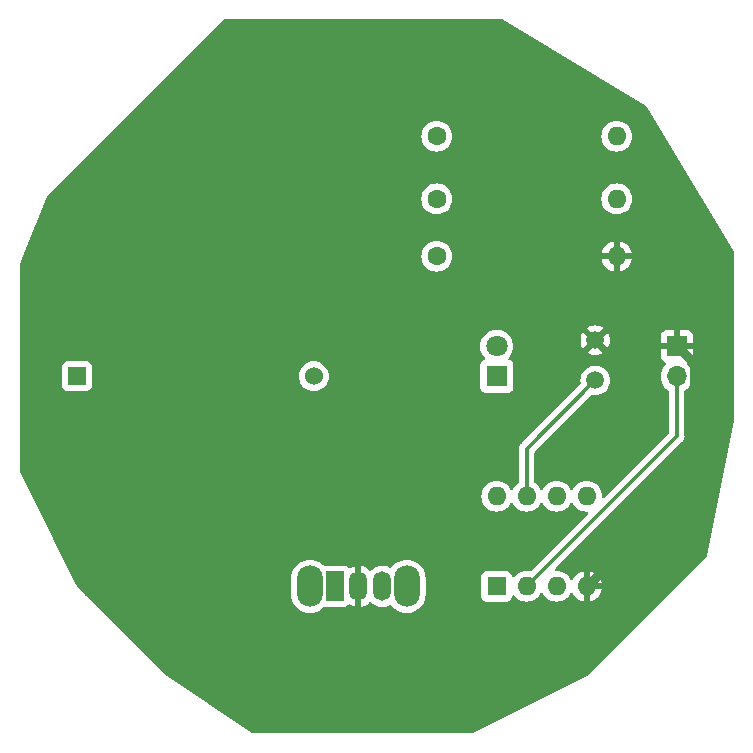
<source format=gbr>
%TF.GenerationSoftware,KiCad,Pcbnew,7.0.7*%
%TF.CreationDate,2024-02-22T22:38:35+05:30*%
%TF.ProjectId,Digital_Diya,44696769-7461-46c5-9f44-6979612e6b69,rev?*%
%TF.SameCoordinates,Original*%
%TF.FileFunction,Copper,L2,Bot*%
%TF.FilePolarity,Positive*%
%FSLAX46Y46*%
G04 Gerber Fmt 4.6, Leading zero omitted, Abs format (unit mm)*
G04 Created by KiCad (PCBNEW 7.0.7) date 2024-02-22 22:38:35*
%MOMM*%
%LPD*%
G01*
G04 APERTURE LIST*
%TA.AperFunction,ComponentPad*%
%ADD10R,1.524000X1.524000*%
%TD*%
%TA.AperFunction,ComponentPad*%
%ADD11C,1.524000*%
%TD*%
%TA.AperFunction,ComponentPad*%
%ADD12C,1.500000*%
%TD*%
%TA.AperFunction,ComponentPad*%
%ADD13R,1.700000X1.700000*%
%TD*%
%TA.AperFunction,ComponentPad*%
%ADD14O,1.700000X1.700000*%
%TD*%
%TA.AperFunction,ComponentPad*%
%ADD15C,1.600000*%
%TD*%
%TA.AperFunction,ComponentPad*%
%ADD16O,1.600000X1.600000*%
%TD*%
%TA.AperFunction,ComponentPad*%
%ADD17R,1.800000X1.800000*%
%TD*%
%TA.AperFunction,ComponentPad*%
%ADD18C,1.800000*%
%TD*%
%TA.AperFunction,ComponentPad*%
%ADD19R,1.600000X1.600000*%
%TD*%
%TA.AperFunction,ComponentPad*%
%ADD20O,2.200000X3.500000*%
%TD*%
%TA.AperFunction,ComponentPad*%
%ADD21R,1.500000X2.500000*%
%TD*%
%TA.AperFunction,ComponentPad*%
%ADD22O,1.500000X2.500000*%
%TD*%
%TA.AperFunction,Conductor*%
%ADD23C,0.800000*%
%TD*%
%TA.AperFunction,Conductor*%
%ADD24C,0.300000*%
%TD*%
G04 APERTURE END LIST*
D10*
%TO.P,BT1,1,+*%
%TO.N,+3.3V*%
X119380000Y-86360000D03*
D11*
%TO.P,BT1,2,-*%
%TO.N,Net-(BT1--)*%
X139446000Y-86360000D03*
%TD*%
D12*
%TO.P,R2,1*%
%TO.N,/LDR*%
X163285000Y-86710000D03*
%TO.P,R2,2*%
%TO.N,GND*%
X163285000Y-83310000D03*
%TD*%
D13*
%TO.P,MK1,1,-*%
%TO.N,GND*%
X170180000Y-83820000D03*
D14*
%TO.P,MK1,2,+*%
%TO.N,/MIC*%
X170180000Y-86360000D03*
%TD*%
D15*
%TO.P,R1,1*%
%TO.N,+3.3V*%
X149860000Y-66040000D03*
D16*
%TO.P,R1,2*%
%TO.N,/LDR*%
X165100000Y-66040000D03*
%TD*%
D17*
%TO.P,D1,1,K*%
%TO.N,Net-(D1-K)*%
X154940000Y-86360000D03*
D18*
%TO.P,D1,2,A*%
%TO.N,/LED*%
X154940000Y-83820000D03*
%TD*%
D19*
%TO.P,U1,1,~{RESET}/PB5*%
%TO.N,unconnected-(U1-~{RESET}{slash}PB5-Pad1)*%
X154940000Y-104140000D03*
D16*
%TO.P,U1,2,XTAL1/PB3*%
%TO.N,/MIC*%
X157480000Y-104140000D03*
%TO.P,U1,3,XTAL2/PB4*%
%TO.N,unconnected-(U1-XTAL2{slash}PB4-Pad3)*%
X160020000Y-104140000D03*
%TO.P,U1,4,GND*%
%TO.N,GND*%
X162560000Y-104140000D03*
%TO.P,U1,5,AREF/PB0*%
%TO.N,unconnected-(U1-AREF{slash}PB0-Pad5)*%
X162560000Y-96520000D03*
%TO.P,U1,6,PB1*%
%TO.N,/LED*%
X160020000Y-96520000D03*
%TO.P,U1,7,PB2*%
%TO.N,/LDR*%
X157480000Y-96520000D03*
%TO.P,U1,8,VCC*%
%TO.N,+3.3V*%
X154940000Y-96520000D03*
%TD*%
D15*
%TO.P,R4,1*%
%TO.N,Net-(D1-K)*%
X149860000Y-76200000D03*
D16*
%TO.P,R4,2*%
%TO.N,GND*%
X165100000Y-76200000D03*
%TD*%
D15*
%TO.P,R3,1*%
%TO.N,+3.3V*%
X149860000Y-71340000D03*
D16*
%TO.P,R3,2*%
%TO.N,/MIC*%
X165100000Y-71340000D03*
%TD*%
D20*
%TO.P,SW1,*%
%TO.N,*%
X139120000Y-104140000D03*
X147320000Y-104140000D03*
D21*
%TO.P,SW1,1,A*%
%TO.N,unconnected-(SW1-A-Pad1)*%
X141220000Y-104140000D03*
D22*
%TO.P,SW1,2,B*%
%TO.N,GND*%
X143220000Y-104140000D03*
%TO.P,SW1,3,C*%
%TO.N,Net-(BT1--)*%
X145220000Y-104140000D03*
%TD*%
D23*
%TO.N,GND*%
X162560000Y-104140000D02*
X171630000Y-95070000D01*
X171630000Y-95070000D02*
X171630000Y-85270000D01*
X171630000Y-85270000D02*
X170180000Y-83820000D01*
D24*
%TO.N,/MIC*%
X157480000Y-104140000D02*
X170180000Y-91440000D01*
X170180000Y-91440000D02*
X170180000Y-86360000D01*
%TO.N,/LDR*%
X157480000Y-92515000D02*
X163285000Y-86710000D01*
X157480000Y-96520000D02*
X157480000Y-92515000D01*
%TD*%
%TA.AperFunction,Conductor*%
%TO.N,GND*%
G36*
X155386952Y-56148171D02*
G01*
X167613417Y-63484050D01*
X167655949Y-63526582D01*
X169300018Y-66266697D01*
X174954716Y-75691194D01*
X174991829Y-75753048D01*
X175009500Y-75816845D01*
X175009500Y-90140222D01*
X175007092Y-90164540D01*
X172727363Y-101563185D01*
X172694913Y-101625063D01*
X172693452Y-101626548D01*
X162574229Y-111745770D01*
X162542002Y-111768998D01*
X152927182Y-116576409D01*
X152871728Y-116589500D01*
X134281794Y-116589500D01*
X134214755Y-116569815D01*
X134213011Y-116568674D01*
X127010215Y-111766810D01*
X126991317Y-111751317D01*
X120092884Y-104852884D01*
X137519500Y-104852884D01*
X137534317Y-105041150D01*
X137593126Y-105286110D01*
X137689533Y-105518859D01*
X137821160Y-105733653D01*
X137821161Y-105733656D01*
X137833025Y-105747547D01*
X137984776Y-105925224D01*
X138133066Y-106051875D01*
X138176343Y-106088838D01*
X138176346Y-106088839D01*
X138391140Y-106220466D01*
X138623889Y-106316872D01*
X138623889Y-106316873D01*
X138868852Y-106375683D01*
X139120000Y-106395449D01*
X139371148Y-106375683D01*
X139616111Y-106316873D01*
X139848859Y-106220466D01*
X140063659Y-106088836D01*
X140255224Y-105925224D01*
X140255229Y-105925217D01*
X140258663Y-105921784D01*
X140259797Y-105922918D01*
X140312397Y-105888556D01*
X140361477Y-105883979D01*
X140362516Y-105884090D01*
X140362517Y-105884091D01*
X140422127Y-105890500D01*
X142017872Y-105890499D01*
X142077483Y-105884091D01*
X142212331Y-105833796D01*
X142327546Y-105747546D01*
X142357149Y-105708000D01*
X142413081Y-105666130D01*
X142482773Y-105661146D01*
X142524726Y-105678825D01*
X142625266Y-105745191D01*
X142832169Y-105833624D01*
X142832178Y-105833627D01*
X142969999Y-105865084D01*
X142970000Y-105865083D01*
X142970000Y-104701821D01*
X142989685Y-104634782D01*
X143042489Y-104589027D01*
X143111647Y-104579083D01*
X143130547Y-104583329D01*
X143152173Y-104590000D01*
X143253723Y-104590000D01*
X143253724Y-104590000D01*
X143327519Y-104578877D01*
X143396742Y-104588350D01*
X143449857Y-104633744D01*
X143469997Y-104700648D01*
X143470000Y-104701492D01*
X143470000Y-105867549D01*
X143499267Y-105863586D01*
X143499273Y-105863585D01*
X143713268Y-105794054D01*
X143911401Y-105687434D01*
X143911404Y-105687432D01*
X144087319Y-105547145D01*
X144125760Y-105503145D01*
X144184690Y-105465610D01*
X144254560Y-105465894D01*
X144304834Y-105495101D01*
X144437176Y-105621633D01*
X144625033Y-105745636D01*
X144832004Y-105834100D01*
X144832007Y-105834101D01*
X144832012Y-105834103D01*
X145051463Y-105884191D01*
X145276330Y-105894290D01*
X145499387Y-105864075D01*
X145713464Y-105794517D01*
X145871802Y-105709311D01*
X145940162Y-105694878D01*
X146005476Y-105719695D01*
X146024846Y-105737970D01*
X146184776Y-105925224D01*
X146333066Y-106051875D01*
X146376343Y-106088838D01*
X146376346Y-106088839D01*
X146591140Y-106220466D01*
X146823888Y-106316873D01*
X146823889Y-106316873D01*
X147068852Y-106375683D01*
X147320000Y-106395449D01*
X147571148Y-106375683D01*
X147816111Y-106316873D01*
X148048859Y-106220466D01*
X148263659Y-106088836D01*
X148455224Y-105925224D01*
X148618836Y-105733659D01*
X148750466Y-105518859D01*
X148846873Y-105286111D01*
X148905683Y-105041148D01*
X148920500Y-104852882D01*
X148920500Y-103427118D01*
X148905683Y-103238852D01*
X148846873Y-102993889D01*
X148842137Y-102982455D01*
X148750466Y-102761140D01*
X148618839Y-102546346D01*
X148618838Y-102546343D01*
X148533455Y-102446373D01*
X148455224Y-102354776D01*
X148328571Y-102246604D01*
X148263656Y-102191161D01*
X148263653Y-102191160D01*
X148048859Y-102059533D01*
X147816110Y-101963126D01*
X147571151Y-101904317D01*
X147382787Y-101889492D01*
X147320000Y-101884551D01*
X147319999Y-101884551D01*
X147068848Y-101904317D01*
X146823889Y-101963126D01*
X146591140Y-102059533D01*
X146376346Y-102191160D01*
X146376343Y-102191161D01*
X146184776Y-102354776D01*
X146024525Y-102542405D01*
X145966018Y-102580598D01*
X145896150Y-102581096D01*
X145861924Y-102565360D01*
X145814966Y-102534363D01*
X145607995Y-102445899D01*
X145607982Y-102445895D01*
X145388542Y-102395810D01*
X145388538Y-102395809D01*
X145388537Y-102395809D01*
X145388536Y-102395808D01*
X145388531Y-102395808D01*
X145163674Y-102385710D01*
X145163673Y-102385710D01*
X145163670Y-102385710D01*
X144940613Y-102415925D01*
X144940610Y-102415925D01*
X144940609Y-102415926D01*
X144726534Y-102485483D01*
X144528321Y-102592146D01*
X144528318Y-102592148D01*
X144352333Y-102732492D01*
X144313545Y-102776888D01*
X144254613Y-102814421D01*
X144184744Y-102814135D01*
X144134473Y-102784929D01*
X144002510Y-102658759D01*
X143814733Y-102534808D01*
X143607830Y-102446375D01*
X143607823Y-102446373D01*
X143470000Y-102414915D01*
X143470000Y-103578178D01*
X143450315Y-103645217D01*
X143397511Y-103690972D01*
X143328353Y-103700916D01*
X143309454Y-103696670D01*
X143287829Y-103690000D01*
X143287827Y-103690000D01*
X143186276Y-103690000D01*
X143186268Y-103690000D01*
X143112481Y-103701122D01*
X143043256Y-103691649D01*
X142990143Y-103646254D01*
X142970003Y-103579350D01*
X142970000Y-103578507D01*
X142970000Y-102412449D01*
X142969999Y-102412449D01*
X142940721Y-102416415D01*
X142726731Y-102485945D01*
X142528599Y-102592565D01*
X142523953Y-102595633D01*
X142522892Y-102594027D01*
X142466130Y-102617188D01*
X142397437Y-102604419D01*
X142354262Y-102568142D01*
X142352179Y-102565360D01*
X142327546Y-102532454D01*
X142327544Y-102532453D01*
X142327544Y-102532452D01*
X142212335Y-102446206D01*
X142212328Y-102446202D01*
X142077482Y-102395908D01*
X142077483Y-102395908D01*
X142017883Y-102389501D01*
X142017881Y-102389500D01*
X142017873Y-102389500D01*
X142017864Y-102389500D01*
X140422129Y-102389500D01*
X140422118Y-102389501D01*
X140361472Y-102396020D01*
X140292713Y-102383612D01*
X140259368Y-102357521D01*
X140258669Y-102358221D01*
X140255227Y-102354779D01*
X140255225Y-102354777D01*
X140255224Y-102354776D01*
X140159441Y-102272970D01*
X140063656Y-102191161D01*
X140063653Y-102191160D01*
X139848859Y-102059533D01*
X139616110Y-101963126D01*
X139371151Y-101904317D01*
X139182786Y-101889492D01*
X139120000Y-101884551D01*
X139119999Y-101884551D01*
X138868848Y-101904317D01*
X138623889Y-101963126D01*
X138391140Y-102059533D01*
X138176346Y-102191160D01*
X138176343Y-102191161D01*
X137984776Y-102354776D01*
X137821161Y-102546343D01*
X137821160Y-102546346D01*
X137689533Y-102761140D01*
X137593126Y-102993889D01*
X137534317Y-103238849D01*
X137519500Y-103427116D01*
X137519500Y-104852884D01*
X120092884Y-104852884D01*
X119394228Y-104154228D01*
X119371000Y-104122001D01*
X119254999Y-103889999D01*
X115570001Y-96520001D01*
X153634532Y-96520001D01*
X153654364Y-96746686D01*
X153654366Y-96746697D01*
X153713258Y-96966488D01*
X153713261Y-96966497D01*
X153809431Y-97172732D01*
X153809432Y-97172734D01*
X153939954Y-97359141D01*
X154100858Y-97520045D01*
X154100861Y-97520047D01*
X154287266Y-97650568D01*
X154493504Y-97746739D01*
X154713308Y-97805635D01*
X154875230Y-97819801D01*
X154939998Y-97825468D01*
X154940000Y-97825468D01*
X154940002Y-97825468D01*
X154996672Y-97820509D01*
X155166692Y-97805635D01*
X155386496Y-97746739D01*
X155592734Y-97650568D01*
X155779139Y-97520047D01*
X155940047Y-97359139D01*
X156070568Y-97172734D01*
X156097618Y-97114724D01*
X156143790Y-97062285D01*
X156210983Y-97043133D01*
X156277865Y-97063348D01*
X156322382Y-97114725D01*
X156349429Y-97172728D01*
X156349432Y-97172734D01*
X156479954Y-97359141D01*
X156640858Y-97520045D01*
X156640861Y-97520047D01*
X156827266Y-97650568D01*
X157033504Y-97746739D01*
X157253308Y-97805635D01*
X157415230Y-97819801D01*
X157479998Y-97825468D01*
X157480000Y-97825468D01*
X157480002Y-97825468D01*
X157536672Y-97820509D01*
X157706692Y-97805635D01*
X157926496Y-97746739D01*
X158132734Y-97650568D01*
X158319139Y-97520047D01*
X158480047Y-97359139D01*
X158610568Y-97172734D01*
X158637618Y-97114724D01*
X158683790Y-97062285D01*
X158750983Y-97043133D01*
X158817865Y-97063348D01*
X158862382Y-97114725D01*
X158889429Y-97172728D01*
X158889432Y-97172734D01*
X159019954Y-97359141D01*
X159180858Y-97520045D01*
X159180861Y-97520047D01*
X159367266Y-97650568D01*
X159573504Y-97746739D01*
X159793308Y-97805635D01*
X159955230Y-97819801D01*
X160019998Y-97825468D01*
X160020000Y-97825468D01*
X160020002Y-97825468D01*
X160076673Y-97820509D01*
X160246692Y-97805635D01*
X160466496Y-97746739D01*
X160672734Y-97650568D01*
X160859139Y-97520047D01*
X161020047Y-97359139D01*
X161150568Y-97172734D01*
X161177618Y-97114724D01*
X161223790Y-97062285D01*
X161290983Y-97043133D01*
X161357865Y-97063348D01*
X161402382Y-97114725D01*
X161429429Y-97172728D01*
X161429432Y-97172734D01*
X161559954Y-97359141D01*
X161720858Y-97520045D01*
X161720861Y-97520047D01*
X161907266Y-97650568D01*
X162113504Y-97746739D01*
X162333308Y-97805635D01*
X162560000Y-97825468D01*
X162565352Y-97824999D01*
X162633850Y-97838763D01*
X162684035Y-97887375D01*
X162699972Y-97955403D01*
X162676601Y-98021248D01*
X162663844Y-98036208D01*
X157866937Y-102833115D01*
X157805614Y-102866600D01*
X157747163Y-102865209D01*
X157706697Y-102854366D01*
X157706693Y-102854365D01*
X157706692Y-102854365D01*
X157706691Y-102854364D01*
X157706686Y-102854364D01*
X157480002Y-102834532D01*
X157479998Y-102834532D01*
X157253313Y-102854364D01*
X157253302Y-102854366D01*
X157033511Y-102913258D01*
X157033502Y-102913261D01*
X156827267Y-103009431D01*
X156827265Y-103009432D01*
X156640858Y-103139954D01*
X156479954Y-103300858D01*
X156462725Y-103325464D01*
X156408147Y-103369088D01*
X156338648Y-103376280D01*
X156276294Y-103344757D01*
X156240882Y-103284526D01*
X156237861Y-103267591D01*
X156234091Y-103232516D01*
X156183797Y-103097671D01*
X156183793Y-103097664D01*
X156097547Y-102982455D01*
X156097544Y-102982452D01*
X155982335Y-102896206D01*
X155982328Y-102896202D01*
X155847482Y-102845908D01*
X155847483Y-102845908D01*
X155787883Y-102839501D01*
X155787881Y-102839500D01*
X155787873Y-102839500D01*
X155787864Y-102839500D01*
X154092129Y-102839500D01*
X154092123Y-102839501D01*
X154032516Y-102845908D01*
X153897671Y-102896202D01*
X153897664Y-102896206D01*
X153782455Y-102982452D01*
X153782452Y-102982455D01*
X153696206Y-103097664D01*
X153696202Y-103097671D01*
X153645908Y-103232517D01*
X153639501Y-103292116D01*
X153639500Y-103292135D01*
X153639500Y-104987870D01*
X153639501Y-104987876D01*
X153645908Y-105047483D01*
X153696202Y-105182328D01*
X153696206Y-105182335D01*
X153782452Y-105297544D01*
X153782455Y-105297547D01*
X153897664Y-105383793D01*
X153897671Y-105383797D01*
X154032517Y-105434091D01*
X154032516Y-105434091D01*
X154039444Y-105434835D01*
X154092127Y-105440500D01*
X155787872Y-105440499D01*
X155847483Y-105434091D01*
X155982331Y-105383796D01*
X156097546Y-105297546D01*
X156183796Y-105182331D01*
X156234091Y-105047483D01*
X156237862Y-105012401D01*
X156264599Y-104947855D01*
X156321990Y-104908006D01*
X156391816Y-104905511D01*
X156451905Y-104941163D01*
X156462726Y-104954536D01*
X156479956Y-104979143D01*
X156640858Y-105140045D01*
X156640861Y-105140047D01*
X156827266Y-105270568D01*
X157033504Y-105366739D01*
X157253308Y-105425635D01*
X157415230Y-105439801D01*
X157479998Y-105445468D01*
X157480000Y-105445468D01*
X157480002Y-105445468D01*
X157536807Y-105440498D01*
X157706692Y-105425635D01*
X157926496Y-105366739D01*
X158132734Y-105270568D01*
X158319139Y-105140047D01*
X158480047Y-104979139D01*
X158610568Y-104792734D01*
X158637618Y-104734724D01*
X158683790Y-104682285D01*
X158750983Y-104663133D01*
X158817865Y-104683348D01*
X158862382Y-104734725D01*
X158889429Y-104792728D01*
X158889432Y-104792734D01*
X159019954Y-104979141D01*
X159180858Y-105140045D01*
X159180861Y-105140047D01*
X159367266Y-105270568D01*
X159573504Y-105366739D01*
X159793308Y-105425635D01*
X159955230Y-105439801D01*
X160019998Y-105445468D01*
X160020000Y-105445468D01*
X160020002Y-105445468D01*
X160076807Y-105440498D01*
X160246692Y-105425635D01*
X160466496Y-105366739D01*
X160672734Y-105270568D01*
X160859139Y-105140047D01*
X161020047Y-104979139D01*
X161150568Y-104792734D01*
X161177895Y-104734129D01*
X161224064Y-104681695D01*
X161291257Y-104662542D01*
X161358139Y-104682757D01*
X161402657Y-104734133D01*
X161429865Y-104792482D01*
X161560342Y-104978820D01*
X161721179Y-105139657D01*
X161907517Y-105270134D01*
X162113673Y-105366265D01*
X162113682Y-105366269D01*
X162309999Y-105418872D01*
X162310000Y-105418871D01*
X162310000Y-104650575D01*
X162329685Y-104583536D01*
X162382489Y-104537781D01*
X162451647Y-104527837D01*
X162453331Y-104528091D01*
X162485699Y-104533218D01*
X162528515Y-104540000D01*
X162528519Y-104540000D01*
X162591485Y-104540000D01*
X162634300Y-104533218D01*
X162666602Y-104528102D01*
X162735894Y-104537056D01*
X162789347Y-104582052D01*
X162809987Y-104648803D01*
X162810000Y-104650575D01*
X162810000Y-105418872D01*
X163006317Y-105366269D01*
X163006326Y-105366265D01*
X163212482Y-105270134D01*
X163398820Y-105139657D01*
X163559657Y-104978820D01*
X163690134Y-104792482D01*
X163786265Y-104586326D01*
X163786269Y-104586317D01*
X163838872Y-104390000D01*
X163070576Y-104390000D01*
X163003537Y-104370315D01*
X162957782Y-104317511D01*
X162947838Y-104248353D01*
X162948103Y-104246603D01*
X162964986Y-104140003D01*
X162964986Y-104139996D01*
X162948103Y-104033397D01*
X162957058Y-103964104D01*
X163002054Y-103910652D01*
X163068806Y-103890013D01*
X163070576Y-103890000D01*
X163838872Y-103890000D01*
X163838872Y-103889999D01*
X163786269Y-103693682D01*
X163786265Y-103693673D01*
X163690134Y-103487517D01*
X163559657Y-103301179D01*
X163398820Y-103140342D01*
X163212482Y-103009865D01*
X163006328Y-102913734D01*
X162810000Y-102861127D01*
X162810000Y-103629424D01*
X162790315Y-103696463D01*
X162737511Y-103742218D01*
X162668353Y-103752162D01*
X162666602Y-103751897D01*
X162591486Y-103740000D01*
X162591481Y-103740000D01*
X162528519Y-103740000D01*
X162528514Y-103740000D01*
X162453398Y-103751897D01*
X162384104Y-103742942D01*
X162330652Y-103697946D01*
X162310013Y-103631194D01*
X162310000Y-103629424D01*
X162310000Y-102861127D01*
X162113671Y-102913734D01*
X161907517Y-103009865D01*
X161721179Y-103140342D01*
X161560342Y-103301179D01*
X161429867Y-103487515D01*
X161402657Y-103545867D01*
X161356484Y-103598306D01*
X161289290Y-103617457D01*
X161222409Y-103597241D01*
X161177893Y-103545865D01*
X161169307Y-103527453D01*
X161150568Y-103487266D01*
X161020047Y-103300861D01*
X161020045Y-103300858D01*
X160859141Y-103139954D01*
X160672734Y-103009432D01*
X160672732Y-103009431D01*
X160466497Y-102913261D01*
X160466488Y-102913258D01*
X160246697Y-102854366D01*
X160246693Y-102854365D01*
X160246692Y-102854365D01*
X160246691Y-102854364D01*
X160246686Y-102854364D01*
X160020002Y-102834532D01*
X160019999Y-102834532D01*
X160014634Y-102835001D01*
X159946134Y-102821230D01*
X159895955Y-102772611D01*
X159880026Y-102704582D01*
X159903405Y-102638740D01*
X159916147Y-102623797D01*
X170579513Y-91960431D01*
X170592079Y-91950365D01*
X170591925Y-91950178D01*
X170597937Y-91945204D01*
X170597937Y-91945203D01*
X170597940Y-91945202D01*
X170647190Y-91892755D01*
X170668911Y-91871035D01*
X170673401Y-91865245D01*
X170677183Y-91860815D01*
X170710448Y-91825393D01*
X170720674Y-91806790D01*
X170731353Y-91790533D01*
X170744362Y-91773764D01*
X170763656Y-91729175D01*
X170766212Y-91723956D01*
X170789627Y-91681368D01*
X170794905Y-91660806D01*
X170801207Y-91642399D01*
X170809635Y-91622927D01*
X170817233Y-91574953D01*
X170818414Y-91569247D01*
X170830500Y-91522177D01*
X170830500Y-91500949D01*
X170832027Y-91481549D01*
X170835346Y-91460595D01*
X170830775Y-91412238D01*
X170830500Y-91406400D01*
X170830500Y-87617722D01*
X170850185Y-87550683D01*
X170883377Y-87516147D01*
X170935651Y-87479544D01*
X171051401Y-87398495D01*
X171218495Y-87231401D01*
X171354035Y-87037830D01*
X171453903Y-86823663D01*
X171515063Y-86595408D01*
X171535659Y-86360000D01*
X171515063Y-86124592D01*
X171462000Y-85926554D01*
X171453905Y-85896344D01*
X171453904Y-85896343D01*
X171453903Y-85896337D01*
X171354035Y-85682171D01*
X171312533Y-85622900D01*
X171218496Y-85488600D01*
X171184619Y-85454723D01*
X171096179Y-85366283D01*
X171062696Y-85304963D01*
X171067680Y-85235271D01*
X171109551Y-85179337D01*
X171140529Y-85162422D01*
X171272086Y-85113354D01*
X171272093Y-85113350D01*
X171387187Y-85027190D01*
X171387190Y-85027187D01*
X171473350Y-84912093D01*
X171473354Y-84912086D01*
X171523596Y-84777379D01*
X171523598Y-84777372D01*
X171529999Y-84717844D01*
X171530000Y-84717827D01*
X171530000Y-84070000D01*
X170793347Y-84070000D01*
X170726308Y-84050315D01*
X170680553Y-83997511D01*
X170670609Y-83928353D01*
X170674369Y-83911067D01*
X170680000Y-83891888D01*
X170680000Y-83748111D01*
X170674369Y-83728933D01*
X170674370Y-83659064D01*
X170712145Y-83600286D01*
X170775701Y-83571262D01*
X170793347Y-83570000D01*
X171530000Y-83570000D01*
X171530000Y-82922172D01*
X171529999Y-82922155D01*
X171523598Y-82862627D01*
X171523596Y-82862620D01*
X171473354Y-82727913D01*
X171473350Y-82727906D01*
X171387190Y-82612812D01*
X171387187Y-82612809D01*
X171272093Y-82526649D01*
X171272086Y-82526645D01*
X171137379Y-82476403D01*
X171137372Y-82476401D01*
X171077844Y-82470000D01*
X170430000Y-82470000D01*
X170430000Y-83207698D01*
X170410315Y-83274737D01*
X170357511Y-83320492D01*
X170288355Y-83330436D01*
X170215766Y-83320000D01*
X170215763Y-83320000D01*
X170144237Y-83320000D01*
X170144233Y-83320000D01*
X170071644Y-83330436D01*
X170002486Y-83320492D01*
X169949683Y-83274736D01*
X169929999Y-83207698D01*
X169930000Y-82470000D01*
X169282155Y-82470000D01*
X169222627Y-82476401D01*
X169222620Y-82476403D01*
X169087913Y-82526645D01*
X169087906Y-82526649D01*
X168972812Y-82612809D01*
X168972809Y-82612812D01*
X168886649Y-82727906D01*
X168886645Y-82727913D01*
X168836403Y-82862620D01*
X168836401Y-82862627D01*
X168830000Y-82922155D01*
X168830000Y-83570000D01*
X169566653Y-83570000D01*
X169633692Y-83589685D01*
X169679447Y-83642489D01*
X169689391Y-83711647D01*
X169685631Y-83728933D01*
X169680000Y-83748111D01*
X169680000Y-83891888D01*
X169685631Y-83911067D01*
X169685630Y-83980936D01*
X169647855Y-84039714D01*
X169584299Y-84068738D01*
X169566653Y-84070000D01*
X168830000Y-84070000D01*
X168830000Y-84717844D01*
X168836401Y-84777372D01*
X168836403Y-84777379D01*
X168886645Y-84912086D01*
X168886649Y-84912093D01*
X168972809Y-85027187D01*
X168972812Y-85027190D01*
X169087906Y-85113350D01*
X169087913Y-85113354D01*
X169219470Y-85162421D01*
X169275403Y-85204292D01*
X169299821Y-85269756D01*
X169284970Y-85338029D01*
X169263819Y-85366284D01*
X169141503Y-85488600D01*
X169005965Y-85682169D01*
X169005964Y-85682171D01*
X168906098Y-85896335D01*
X168906094Y-85896344D01*
X168844938Y-86124586D01*
X168844936Y-86124596D01*
X168824341Y-86359999D01*
X168824341Y-86360000D01*
X168844936Y-86595403D01*
X168844938Y-86595413D01*
X168906094Y-86823655D01*
X168906096Y-86823659D01*
X168906097Y-86823663D01*
X168958642Y-86936346D01*
X169005965Y-87037830D01*
X169005967Y-87037834D01*
X169141501Y-87231395D01*
X169141506Y-87231402D01*
X169308597Y-87398493D01*
X169308603Y-87398498D01*
X169476623Y-87516147D01*
X169520248Y-87570724D01*
X169529500Y-87617722D01*
X169529500Y-91119190D01*
X169509815Y-91186229D01*
X169493181Y-91206871D01*
X164076208Y-96623844D01*
X164014885Y-96657329D01*
X163945193Y-96652345D01*
X163889260Y-96610473D01*
X163864843Y-96545009D01*
X163864998Y-96525361D01*
X163865468Y-96520000D01*
X163845635Y-96293308D01*
X163786739Y-96073504D01*
X163690568Y-95867266D01*
X163560047Y-95680861D01*
X163560045Y-95680858D01*
X163399141Y-95519954D01*
X163212734Y-95389432D01*
X163212732Y-95389431D01*
X163006497Y-95293261D01*
X163006488Y-95293258D01*
X162786697Y-95234366D01*
X162786693Y-95234365D01*
X162786692Y-95234365D01*
X162786691Y-95234364D01*
X162786686Y-95234364D01*
X162560002Y-95214532D01*
X162559998Y-95214532D01*
X162333313Y-95234364D01*
X162333302Y-95234366D01*
X162113511Y-95293258D01*
X162113502Y-95293261D01*
X161907267Y-95389431D01*
X161907265Y-95389432D01*
X161720858Y-95519954D01*
X161559954Y-95680858D01*
X161429432Y-95867265D01*
X161429431Y-95867267D01*
X161402382Y-95925275D01*
X161356209Y-95977714D01*
X161289016Y-95996866D01*
X161222135Y-95976650D01*
X161177618Y-95925275D01*
X161150568Y-95867267D01*
X161150567Y-95867265D01*
X161020045Y-95680858D01*
X160859141Y-95519954D01*
X160672734Y-95389432D01*
X160672732Y-95389431D01*
X160466497Y-95293261D01*
X160466488Y-95293258D01*
X160246697Y-95234366D01*
X160246693Y-95234365D01*
X160246692Y-95234365D01*
X160246691Y-95234364D01*
X160246686Y-95234364D01*
X160020002Y-95214532D01*
X160019998Y-95214532D01*
X159793313Y-95234364D01*
X159793302Y-95234366D01*
X159573511Y-95293258D01*
X159573502Y-95293261D01*
X159367267Y-95389431D01*
X159367265Y-95389432D01*
X159180858Y-95519954D01*
X159019954Y-95680858D01*
X158889432Y-95867265D01*
X158889431Y-95867267D01*
X158862382Y-95925275D01*
X158816209Y-95977714D01*
X158749016Y-95996866D01*
X158682135Y-95976650D01*
X158637618Y-95925275D01*
X158610568Y-95867267D01*
X158610567Y-95867265D01*
X158480045Y-95680858D01*
X158319140Y-95519953D01*
X158183377Y-95424891D01*
X158139752Y-95370314D01*
X158130500Y-95323316D01*
X158130500Y-92835806D01*
X158150185Y-92768767D01*
X158166814Y-92748130D01*
X162938886Y-87976057D01*
X163000207Y-87942574D01*
X163058663Y-87943966D01*
X163067023Y-87946207D01*
X163249926Y-87962208D01*
X163284998Y-87965277D01*
X163285000Y-87965277D01*
X163285002Y-87965277D01*
X163313254Y-87962805D01*
X163502977Y-87946207D01*
X163714330Y-87889575D01*
X163912639Y-87797102D01*
X164091877Y-87671598D01*
X164246598Y-87516877D01*
X164372102Y-87337639D01*
X164464575Y-87139330D01*
X164521207Y-86927977D01*
X164540277Y-86710000D01*
X164521207Y-86492023D01*
X164464575Y-86280670D01*
X164372102Y-86082362D01*
X164372100Y-86082359D01*
X164372099Y-86082357D01*
X164246599Y-85903124D01*
X164239810Y-85896335D01*
X164091877Y-85748402D01*
X163912639Y-85622898D01*
X163912640Y-85622898D01*
X163912638Y-85622897D01*
X163756583Y-85550128D01*
X163714330Y-85530425D01*
X163714326Y-85530424D01*
X163714322Y-85530422D01*
X163502977Y-85473793D01*
X163285002Y-85454723D01*
X163284998Y-85454723D01*
X163139681Y-85467436D01*
X163067023Y-85473793D01*
X163067020Y-85473793D01*
X162855677Y-85530422D01*
X162855668Y-85530426D01*
X162657361Y-85622898D01*
X162657357Y-85622900D01*
X162478121Y-85748402D01*
X162323402Y-85903121D01*
X162197900Y-86082357D01*
X162197898Y-86082361D01*
X162105426Y-86280668D01*
X162105422Y-86280677D01*
X162048793Y-86492020D01*
X162048793Y-86492024D01*
X162029723Y-86709997D01*
X162029723Y-86710002D01*
X162048792Y-86927970D01*
X162048794Y-86927983D01*
X162051035Y-86936346D01*
X162049368Y-87006196D01*
X162018939Y-87056113D01*
X157080483Y-91994569D01*
X157067910Y-92004643D01*
X157068065Y-92004830D01*
X157062059Y-92009798D01*
X157037434Y-92036021D01*
X157012809Y-92062244D01*
X157001949Y-92073104D01*
X156991088Y-92083965D01*
X156991078Y-92083977D01*
X156986587Y-92089765D01*
X156982801Y-92094197D01*
X156949552Y-92129606D01*
X156939322Y-92148213D01*
X156928646Y-92164464D01*
X156915640Y-92181232D01*
X156915636Y-92181238D01*
X156896348Y-92225811D01*
X156893777Y-92231058D01*
X156870372Y-92273630D01*
X156870372Y-92273631D01*
X156865091Y-92294199D01*
X156858791Y-92312601D01*
X156850364Y-92332073D01*
X156842766Y-92380047D01*
X156841581Y-92385770D01*
X156829500Y-92432818D01*
X156829500Y-92454044D01*
X156827973Y-92473444D01*
X156824653Y-92494403D01*
X156829225Y-92542767D01*
X156829500Y-92548606D01*
X156829500Y-95323316D01*
X156809815Y-95390355D01*
X156776623Y-95424891D01*
X156640859Y-95519953D01*
X156479954Y-95680858D01*
X156349432Y-95867265D01*
X156349431Y-95867267D01*
X156322382Y-95925275D01*
X156276209Y-95977714D01*
X156209016Y-95996866D01*
X156142135Y-95976650D01*
X156097618Y-95925275D01*
X156070568Y-95867267D01*
X156070567Y-95867265D01*
X155940045Y-95680858D01*
X155779141Y-95519954D01*
X155592734Y-95389432D01*
X155592732Y-95389431D01*
X155386497Y-95293261D01*
X155386488Y-95293258D01*
X155166697Y-95234366D01*
X155166693Y-95234365D01*
X155166692Y-95234365D01*
X155166691Y-95234364D01*
X155166686Y-95234364D01*
X154940002Y-95214532D01*
X154939998Y-95214532D01*
X154713313Y-95234364D01*
X154713302Y-95234366D01*
X154493511Y-95293258D01*
X154493502Y-95293261D01*
X154287267Y-95389431D01*
X154287265Y-95389432D01*
X154100858Y-95519954D01*
X153939954Y-95680858D01*
X153809432Y-95867265D01*
X153809431Y-95867267D01*
X153713261Y-96073502D01*
X153713258Y-96073511D01*
X153654366Y-96293302D01*
X153654364Y-96293313D01*
X153634532Y-96519998D01*
X153634532Y-96520001D01*
X115570001Y-96520001D01*
X114563591Y-94507181D01*
X114550500Y-94451728D01*
X114550500Y-87169870D01*
X118117500Y-87169870D01*
X118117501Y-87169876D01*
X118123908Y-87229483D01*
X118174202Y-87364328D01*
X118174206Y-87364335D01*
X118260452Y-87479544D01*
X118260455Y-87479547D01*
X118375664Y-87565793D01*
X118375671Y-87565797D01*
X118510517Y-87616091D01*
X118510516Y-87616091D01*
X118517444Y-87616835D01*
X118570127Y-87622500D01*
X120189872Y-87622499D01*
X120249483Y-87616091D01*
X120384331Y-87565796D01*
X120499546Y-87479546D01*
X120585796Y-87364331D01*
X120636091Y-87229483D01*
X120642500Y-87169873D01*
X120642500Y-86360002D01*
X138178677Y-86360002D01*
X138197929Y-86580062D01*
X138197930Y-86580070D01*
X138255104Y-86793445D01*
X138255105Y-86793447D01*
X138255106Y-86793450D01*
X138317836Y-86927975D01*
X138348466Y-86993662D01*
X138348468Y-86993666D01*
X138475170Y-87174615D01*
X138475175Y-87174621D01*
X138631378Y-87330824D01*
X138631384Y-87330829D01*
X138812333Y-87457531D01*
X138812335Y-87457532D01*
X138812338Y-87457534D01*
X139012550Y-87550894D01*
X139225932Y-87608070D01*
X139383123Y-87621822D01*
X139445998Y-87627323D01*
X139446000Y-87627323D01*
X139446002Y-87627323D01*
X139501151Y-87622498D01*
X139666068Y-87608070D01*
X139879450Y-87550894D01*
X140079662Y-87457534D01*
X140260620Y-87330826D01*
X140416826Y-87174620D01*
X140543534Y-86993662D01*
X140636894Y-86793450D01*
X140694070Y-86580068D01*
X140713323Y-86360000D01*
X140694070Y-86139932D01*
X140636894Y-85926550D01*
X140543534Y-85726339D01*
X140471104Y-85622897D01*
X140416827Y-85545381D01*
X140345239Y-85473793D01*
X140260620Y-85389174D01*
X140260616Y-85389171D01*
X140260615Y-85389170D01*
X140079666Y-85262468D01*
X140079662Y-85262466D01*
X140032457Y-85240454D01*
X139879450Y-85169106D01*
X139879447Y-85169105D01*
X139879445Y-85169104D01*
X139666070Y-85111930D01*
X139666062Y-85111929D01*
X139446002Y-85092677D01*
X139445998Y-85092677D01*
X139225937Y-85111929D01*
X139225929Y-85111930D01*
X139012554Y-85169104D01*
X139012548Y-85169107D01*
X138812340Y-85262465D01*
X138812338Y-85262466D01*
X138631377Y-85389175D01*
X138475175Y-85545377D01*
X138348466Y-85726338D01*
X138348465Y-85726340D01*
X138255107Y-85926548D01*
X138255104Y-85926554D01*
X138197930Y-86139929D01*
X138197929Y-86139937D01*
X138178677Y-86359997D01*
X138178677Y-86360002D01*
X120642500Y-86360002D01*
X120642499Y-85550128D01*
X120636091Y-85490517D01*
X120629853Y-85473793D01*
X120585797Y-85355671D01*
X120585793Y-85355664D01*
X120499547Y-85240455D01*
X120499544Y-85240452D01*
X120384335Y-85154206D01*
X120384328Y-85154202D01*
X120249482Y-85103908D01*
X120249483Y-85103908D01*
X120189883Y-85097501D01*
X120189881Y-85097500D01*
X120189873Y-85097500D01*
X120189864Y-85097500D01*
X118570129Y-85097500D01*
X118570123Y-85097501D01*
X118510516Y-85103908D01*
X118375671Y-85154202D01*
X118375664Y-85154206D01*
X118260455Y-85240452D01*
X118260452Y-85240455D01*
X118174206Y-85355664D01*
X118174202Y-85355671D01*
X118123908Y-85490517D01*
X118118010Y-85545380D01*
X118117501Y-85550123D01*
X118117500Y-85550135D01*
X118117500Y-87169870D01*
X114550500Y-87169870D01*
X114550500Y-83820006D01*
X153534700Y-83820006D01*
X153553864Y-84051297D01*
X153553866Y-84051308D01*
X153610842Y-84276300D01*
X153704075Y-84488848D01*
X153831016Y-84683147D01*
X153831019Y-84683151D01*
X153831021Y-84683153D01*
X153925803Y-84786114D01*
X153956724Y-84848767D01*
X153948864Y-84918193D01*
X153904716Y-84972348D01*
X153877906Y-84986277D01*
X153797669Y-85016203D01*
X153797664Y-85016206D01*
X153682455Y-85102452D01*
X153682452Y-85102455D01*
X153596206Y-85217664D01*
X153596202Y-85217671D01*
X153545908Y-85352517D01*
X153539501Y-85412116D01*
X153539501Y-85412123D01*
X153539500Y-85412135D01*
X153539500Y-87307870D01*
X153539501Y-87307876D01*
X153545908Y-87367483D01*
X153596202Y-87502328D01*
X153596206Y-87502335D01*
X153682452Y-87617544D01*
X153682455Y-87617547D01*
X153797664Y-87703793D01*
X153797671Y-87703797D01*
X153932517Y-87754091D01*
X153932516Y-87754091D01*
X153939444Y-87754835D01*
X153992127Y-87760500D01*
X155887872Y-87760499D01*
X155947483Y-87754091D01*
X156082331Y-87703796D01*
X156197546Y-87617546D01*
X156283796Y-87502331D01*
X156334091Y-87367483D01*
X156340500Y-87307873D01*
X156340499Y-85412128D01*
X156334091Y-85352517D01*
X156328687Y-85338029D01*
X156283797Y-85217671D01*
X156283793Y-85217664D01*
X156197547Y-85102455D01*
X156197544Y-85102452D01*
X156082335Y-85016206D01*
X156082328Y-85016202D01*
X156002094Y-84986277D01*
X155946160Y-84944406D01*
X155921743Y-84878941D01*
X155936595Y-84810668D01*
X155954190Y-84786121D01*
X156048979Y-84683153D01*
X156175924Y-84488849D01*
X156269157Y-84276300D01*
X156326134Y-84051305D01*
X156326216Y-84050315D01*
X156345300Y-83820006D01*
X156345300Y-83819993D01*
X156326135Y-83588702D01*
X156326133Y-83588691D01*
X156269157Y-83363699D01*
X156245602Y-83310000D01*
X162030225Y-83310000D01*
X162049287Y-83527884D01*
X162049289Y-83527894D01*
X162105894Y-83739150D01*
X162105898Y-83739159D01*
X162198335Y-83937391D01*
X162241873Y-83999571D01*
X162241874Y-83999572D01*
X162747580Y-83493866D01*
X162808903Y-83460381D01*
X162878594Y-83465365D01*
X162934528Y-83507236D01*
X162945742Y-83525246D01*
X162957359Y-83548045D01*
X162957361Y-83548047D01*
X162957363Y-83548050D01*
X163046949Y-83637636D01*
X163046951Y-83637637D01*
X163046955Y-83637641D01*
X163069747Y-83649254D01*
X163120542Y-83697228D01*
X163137337Y-83765049D01*
X163114799Y-83831184D01*
X163101132Y-83847419D01*
X162595426Y-84353124D01*
X162657611Y-84396666D01*
X162657613Y-84396667D01*
X162855840Y-84489101D01*
X162855849Y-84489105D01*
X163067105Y-84545710D01*
X163067115Y-84545712D01*
X163284999Y-84564775D01*
X163285001Y-84564775D01*
X163502884Y-84545712D01*
X163502894Y-84545710D01*
X163714150Y-84489105D01*
X163714159Y-84489101D01*
X163912387Y-84396666D01*
X163974572Y-84353124D01*
X163468866Y-83847419D01*
X163435381Y-83786096D01*
X163440365Y-83716405D01*
X163482236Y-83660471D01*
X163500245Y-83649258D01*
X163523045Y-83637641D01*
X163612641Y-83548045D01*
X163624254Y-83525252D01*
X163672225Y-83474458D01*
X163740046Y-83457661D01*
X163806181Y-83480197D01*
X163822419Y-83493866D01*
X164328124Y-83999572D01*
X164371666Y-83937387D01*
X164464101Y-83739159D01*
X164464105Y-83739150D01*
X164520710Y-83527894D01*
X164520712Y-83527884D01*
X164539775Y-83310000D01*
X164539775Y-83309999D01*
X164520712Y-83092115D01*
X164520710Y-83092105D01*
X164464105Y-82880849D01*
X164464101Y-82880840D01*
X164371668Y-82682615D01*
X164328123Y-82620427D01*
X163822419Y-83126132D01*
X163761096Y-83159617D01*
X163691404Y-83154633D01*
X163635471Y-83112761D01*
X163624256Y-83094751D01*
X163612641Y-83071955D01*
X163612637Y-83071951D01*
X163612636Y-83071949D01*
X163523050Y-82982363D01*
X163523047Y-82982361D01*
X163523045Y-82982359D01*
X163500250Y-82970744D01*
X163449456Y-82922771D01*
X163432661Y-82854950D01*
X163455198Y-82788815D01*
X163468866Y-82772580D01*
X163974572Y-82266874D01*
X163974571Y-82266873D01*
X163912391Y-82223335D01*
X163714159Y-82130898D01*
X163714150Y-82130894D01*
X163502894Y-82074289D01*
X163502884Y-82074287D01*
X163285001Y-82055225D01*
X163284999Y-82055225D01*
X163067115Y-82074287D01*
X163067105Y-82074289D01*
X162855849Y-82130894D01*
X162855840Y-82130898D01*
X162657614Y-82223332D01*
X162657612Y-82223333D01*
X162595428Y-82266875D01*
X162595427Y-82266875D01*
X163101133Y-82772580D01*
X163134618Y-82833903D01*
X163129634Y-82903594D01*
X163087763Y-82959528D01*
X163069748Y-82970745D01*
X163046956Y-82982358D01*
X163046949Y-82982363D01*
X162957363Y-83071949D01*
X162957358Y-83071956D01*
X162945745Y-83094748D01*
X162897770Y-83145544D01*
X162829949Y-83162338D01*
X162763814Y-83139800D01*
X162747580Y-83126133D01*
X162241875Y-82620427D01*
X162241875Y-82620428D01*
X162198333Y-82682612D01*
X162198332Y-82682614D01*
X162105898Y-82880840D01*
X162105894Y-82880849D01*
X162049289Y-83092105D01*
X162049287Y-83092115D01*
X162030225Y-83309999D01*
X162030225Y-83310000D01*
X156245602Y-83310000D01*
X156175924Y-83151151D01*
X156048983Y-82956852D01*
X156048980Y-82956849D01*
X156048979Y-82956847D01*
X155891784Y-82786087D01*
X155891779Y-82786083D01*
X155891777Y-82786081D01*
X155708634Y-82643535D01*
X155708628Y-82643531D01*
X155504504Y-82533064D01*
X155504495Y-82533061D01*
X155284984Y-82457702D01*
X155113282Y-82429050D01*
X155056049Y-82419500D01*
X154823951Y-82419500D01*
X154778164Y-82427140D01*
X154595015Y-82457702D01*
X154375504Y-82533061D01*
X154375495Y-82533064D01*
X154171371Y-82643531D01*
X154171365Y-82643535D01*
X153988222Y-82786081D01*
X153988219Y-82786084D01*
X153988216Y-82786086D01*
X153988216Y-82786087D01*
X153929267Y-82850122D01*
X153831016Y-82956852D01*
X153704075Y-83151151D01*
X153610842Y-83363699D01*
X153553866Y-83588691D01*
X153553864Y-83588702D01*
X153534700Y-83819993D01*
X153534700Y-83820006D01*
X114550500Y-83820006D01*
X114550500Y-76867628D01*
X114559369Y-76821576D01*
X114807999Y-76200001D01*
X148554532Y-76200001D01*
X148574364Y-76426686D01*
X148574366Y-76426697D01*
X148633258Y-76646488D01*
X148633261Y-76646497D01*
X148729431Y-76852732D01*
X148729432Y-76852734D01*
X148859954Y-77039141D01*
X149020858Y-77200045D01*
X149020861Y-77200047D01*
X149207266Y-77330568D01*
X149413504Y-77426739D01*
X149633308Y-77485635D01*
X149795230Y-77499801D01*
X149859998Y-77505468D01*
X149860000Y-77505468D01*
X149860002Y-77505468D01*
X149916673Y-77500509D01*
X150086692Y-77485635D01*
X150306496Y-77426739D01*
X150512734Y-77330568D01*
X150699139Y-77200047D01*
X150860047Y-77039139D01*
X150990568Y-76852734D01*
X151086739Y-76646496D01*
X151145635Y-76426692D01*
X151165468Y-76200000D01*
X151145635Y-75973308D01*
X151139389Y-75949999D01*
X163821127Y-75949999D01*
X163821128Y-75950000D01*
X164589424Y-75950000D01*
X164656463Y-75969685D01*
X164702218Y-76022489D01*
X164712162Y-76091647D01*
X164711897Y-76093397D01*
X164695014Y-76199996D01*
X164695014Y-76200003D01*
X164711897Y-76306603D01*
X164702942Y-76375896D01*
X164657946Y-76429348D01*
X164591194Y-76449987D01*
X164589424Y-76450000D01*
X163821128Y-76450000D01*
X163873730Y-76646317D01*
X163873734Y-76646326D01*
X163969865Y-76852482D01*
X164100342Y-77038820D01*
X164261179Y-77199657D01*
X164447517Y-77330134D01*
X164653673Y-77426265D01*
X164653682Y-77426269D01*
X164849999Y-77478872D01*
X164850000Y-77478871D01*
X164850000Y-76710575D01*
X164869685Y-76643536D01*
X164922489Y-76597781D01*
X164991647Y-76587837D01*
X164993331Y-76588091D01*
X165025699Y-76593218D01*
X165068515Y-76600000D01*
X165068519Y-76600000D01*
X165131485Y-76600000D01*
X165174300Y-76593218D01*
X165206602Y-76588102D01*
X165275894Y-76597056D01*
X165329347Y-76642052D01*
X165349987Y-76708803D01*
X165350000Y-76710575D01*
X165350000Y-77478872D01*
X165546317Y-77426269D01*
X165546326Y-77426265D01*
X165752482Y-77330134D01*
X165938820Y-77199657D01*
X166099657Y-77038820D01*
X166230134Y-76852482D01*
X166326265Y-76646326D01*
X166326269Y-76646317D01*
X166378872Y-76450000D01*
X165610576Y-76450000D01*
X165543537Y-76430315D01*
X165497782Y-76377511D01*
X165487838Y-76308353D01*
X165488103Y-76306603D01*
X165504986Y-76200003D01*
X165504986Y-76199996D01*
X165488103Y-76093397D01*
X165497058Y-76024104D01*
X165542054Y-75970652D01*
X165608806Y-75950013D01*
X165610576Y-75950000D01*
X166378872Y-75950000D01*
X166378872Y-75949999D01*
X166326269Y-75753682D01*
X166326265Y-75753673D01*
X166230134Y-75547517D01*
X166099657Y-75361179D01*
X165938820Y-75200342D01*
X165752482Y-75069865D01*
X165546328Y-74973734D01*
X165350000Y-74921127D01*
X165350000Y-75689424D01*
X165330315Y-75756463D01*
X165277511Y-75802218D01*
X165208353Y-75812162D01*
X165206602Y-75811897D01*
X165131486Y-75800000D01*
X165131481Y-75800000D01*
X165068519Y-75800000D01*
X165068514Y-75800000D01*
X164993398Y-75811897D01*
X164924104Y-75802942D01*
X164870652Y-75757946D01*
X164850013Y-75691194D01*
X164850000Y-75689424D01*
X164850000Y-74921127D01*
X164653671Y-74973734D01*
X164447517Y-75069865D01*
X164261179Y-75200342D01*
X164100342Y-75361179D01*
X163969865Y-75547517D01*
X163873734Y-75753673D01*
X163873730Y-75753682D01*
X163821127Y-75949999D01*
X151139389Y-75949999D01*
X151086739Y-75753504D01*
X150990568Y-75547266D01*
X150860047Y-75360861D01*
X150860045Y-75360858D01*
X150699141Y-75199954D01*
X150512734Y-75069432D01*
X150512732Y-75069431D01*
X150306497Y-74973261D01*
X150306488Y-74973258D01*
X150086697Y-74914366D01*
X150086693Y-74914365D01*
X150086692Y-74914365D01*
X150086691Y-74914364D01*
X150086686Y-74914364D01*
X149860002Y-74894532D01*
X149859998Y-74894532D01*
X149633313Y-74914364D01*
X149633302Y-74914366D01*
X149413511Y-74973258D01*
X149413502Y-74973261D01*
X149207267Y-75069431D01*
X149207265Y-75069432D01*
X149020858Y-75199954D01*
X148859954Y-75360858D01*
X148729432Y-75547265D01*
X148729431Y-75547267D01*
X148633261Y-75753502D01*
X148633258Y-75753511D01*
X148574366Y-75973302D01*
X148574364Y-75973313D01*
X148554532Y-76199998D01*
X148554532Y-76200001D01*
X114807999Y-76200001D01*
X116751999Y-71340001D01*
X148554532Y-71340001D01*
X148574364Y-71566686D01*
X148574366Y-71566697D01*
X148633258Y-71786488D01*
X148633261Y-71786497D01*
X148729431Y-71992732D01*
X148729432Y-71992734D01*
X148859954Y-72179141D01*
X149020858Y-72340045D01*
X149020861Y-72340047D01*
X149207266Y-72470568D01*
X149413504Y-72566739D01*
X149633308Y-72625635D01*
X149795230Y-72639801D01*
X149859998Y-72645468D01*
X149860000Y-72645468D01*
X149860002Y-72645468D01*
X149916673Y-72640509D01*
X150086692Y-72625635D01*
X150306496Y-72566739D01*
X150512734Y-72470568D01*
X150699139Y-72340047D01*
X150860047Y-72179139D01*
X150990568Y-71992734D01*
X151086739Y-71786496D01*
X151145635Y-71566692D01*
X151165468Y-71340001D01*
X163794532Y-71340001D01*
X163814364Y-71566686D01*
X163814366Y-71566697D01*
X163873258Y-71786488D01*
X163873261Y-71786497D01*
X163969431Y-71992732D01*
X163969432Y-71992734D01*
X164099954Y-72179141D01*
X164260858Y-72340045D01*
X164260861Y-72340047D01*
X164447266Y-72470568D01*
X164653504Y-72566739D01*
X164873308Y-72625635D01*
X165035230Y-72639801D01*
X165099998Y-72645468D01*
X165100000Y-72645468D01*
X165100002Y-72645468D01*
X165156673Y-72640509D01*
X165326692Y-72625635D01*
X165546496Y-72566739D01*
X165752734Y-72470568D01*
X165939139Y-72340047D01*
X166100047Y-72179139D01*
X166230568Y-71992734D01*
X166326739Y-71786496D01*
X166385635Y-71566692D01*
X166405468Y-71340000D01*
X166385635Y-71113308D01*
X166326739Y-70893504D01*
X166230568Y-70687266D01*
X166100047Y-70500861D01*
X166100045Y-70500858D01*
X165939141Y-70339954D01*
X165752734Y-70209432D01*
X165752732Y-70209431D01*
X165546497Y-70113261D01*
X165546488Y-70113258D01*
X165326697Y-70054366D01*
X165326693Y-70054365D01*
X165326692Y-70054365D01*
X165326691Y-70054364D01*
X165326686Y-70054364D01*
X165100002Y-70034532D01*
X165099998Y-70034532D01*
X164873313Y-70054364D01*
X164873302Y-70054366D01*
X164653511Y-70113258D01*
X164653502Y-70113261D01*
X164447267Y-70209431D01*
X164447265Y-70209432D01*
X164260858Y-70339954D01*
X164099954Y-70500858D01*
X163969432Y-70687265D01*
X163969431Y-70687267D01*
X163873261Y-70893502D01*
X163873258Y-70893511D01*
X163814366Y-71113302D01*
X163814364Y-71113313D01*
X163794532Y-71339998D01*
X163794532Y-71340001D01*
X151165468Y-71340001D01*
X151165468Y-71340000D01*
X151145635Y-71113308D01*
X151086739Y-70893504D01*
X150990568Y-70687266D01*
X150860047Y-70500861D01*
X150860045Y-70500858D01*
X150699141Y-70339954D01*
X150512734Y-70209432D01*
X150512732Y-70209431D01*
X150306497Y-70113261D01*
X150306488Y-70113258D01*
X150086697Y-70054366D01*
X150086693Y-70054365D01*
X150086692Y-70054365D01*
X150086691Y-70054364D01*
X150086686Y-70054364D01*
X149860002Y-70034532D01*
X149859998Y-70034532D01*
X149633313Y-70054364D01*
X149633302Y-70054366D01*
X149413511Y-70113258D01*
X149413502Y-70113261D01*
X149207267Y-70209431D01*
X149207265Y-70209432D01*
X149020858Y-70339954D01*
X148859954Y-70500858D01*
X148729432Y-70687265D01*
X148729431Y-70687267D01*
X148633261Y-70893502D01*
X148633258Y-70893511D01*
X148574366Y-71113302D01*
X148574364Y-71113313D01*
X148554532Y-71339998D01*
X148554532Y-71340001D01*
X116751999Y-71340001D01*
X116830548Y-71143628D01*
X116857995Y-71102004D01*
X121919998Y-66040001D01*
X148554532Y-66040001D01*
X148574364Y-66266686D01*
X148574366Y-66266697D01*
X148633258Y-66486488D01*
X148633261Y-66486497D01*
X148729431Y-66692732D01*
X148729432Y-66692734D01*
X148859954Y-66879141D01*
X149020858Y-67040045D01*
X149020861Y-67040047D01*
X149207266Y-67170568D01*
X149413504Y-67266739D01*
X149633308Y-67325635D01*
X149795230Y-67339801D01*
X149859998Y-67345468D01*
X149860000Y-67345468D01*
X149860002Y-67345468D01*
X149916673Y-67340509D01*
X150086692Y-67325635D01*
X150306496Y-67266739D01*
X150512734Y-67170568D01*
X150699139Y-67040047D01*
X150860047Y-66879139D01*
X150990568Y-66692734D01*
X151086739Y-66486496D01*
X151145635Y-66266692D01*
X151165468Y-66040001D01*
X163794532Y-66040001D01*
X163814364Y-66266686D01*
X163814366Y-66266697D01*
X163873258Y-66486488D01*
X163873261Y-66486497D01*
X163969431Y-66692732D01*
X163969432Y-66692734D01*
X164099954Y-66879141D01*
X164260858Y-67040045D01*
X164260861Y-67040047D01*
X164447266Y-67170568D01*
X164653504Y-67266739D01*
X164873308Y-67325635D01*
X165035230Y-67339801D01*
X165099998Y-67345468D01*
X165100000Y-67345468D01*
X165100002Y-67345468D01*
X165156673Y-67340509D01*
X165326692Y-67325635D01*
X165546496Y-67266739D01*
X165752734Y-67170568D01*
X165939139Y-67040047D01*
X166100047Y-66879139D01*
X166230568Y-66692734D01*
X166326739Y-66486496D01*
X166385635Y-66266692D01*
X166405468Y-66040000D01*
X166385635Y-65813308D01*
X166326739Y-65593504D01*
X166230568Y-65387266D01*
X166100047Y-65200861D01*
X166100045Y-65200858D01*
X165939141Y-65039954D01*
X165752734Y-64909432D01*
X165752732Y-64909431D01*
X165546497Y-64813261D01*
X165546488Y-64813258D01*
X165326697Y-64754366D01*
X165326693Y-64754365D01*
X165326692Y-64754365D01*
X165326691Y-64754364D01*
X165326686Y-64754364D01*
X165100002Y-64734532D01*
X165099998Y-64734532D01*
X164873313Y-64754364D01*
X164873302Y-64754366D01*
X164653511Y-64813258D01*
X164653502Y-64813261D01*
X164447267Y-64909431D01*
X164447265Y-64909432D01*
X164260858Y-65039954D01*
X164099954Y-65200858D01*
X163969432Y-65387265D01*
X163969431Y-65387267D01*
X163873261Y-65593502D01*
X163873258Y-65593511D01*
X163814366Y-65813302D01*
X163814364Y-65813313D01*
X163794532Y-66039998D01*
X163794532Y-66040001D01*
X151165468Y-66040001D01*
X151165468Y-66040000D01*
X151145635Y-65813308D01*
X151086739Y-65593504D01*
X150990568Y-65387266D01*
X150860047Y-65200861D01*
X150860045Y-65200858D01*
X150699141Y-65039954D01*
X150512734Y-64909432D01*
X150512732Y-64909431D01*
X150306497Y-64813261D01*
X150306488Y-64813258D01*
X150086697Y-64754366D01*
X150086693Y-64754365D01*
X150086692Y-64754365D01*
X150086691Y-64754364D01*
X150086686Y-64754364D01*
X149860002Y-64734532D01*
X149859998Y-64734532D01*
X149633313Y-64754364D01*
X149633302Y-64754366D01*
X149413511Y-64813258D01*
X149413502Y-64813261D01*
X149207267Y-64909431D01*
X149207265Y-64909432D01*
X149020858Y-65039954D01*
X148859954Y-65200858D01*
X148729432Y-65387265D01*
X148729431Y-65387267D01*
X148633261Y-65593502D01*
X148633258Y-65593511D01*
X148574366Y-65813302D01*
X148574364Y-65813313D01*
X148554532Y-66039998D01*
X148554532Y-66040001D01*
X121919998Y-66040001D01*
X131793181Y-56166819D01*
X131854504Y-56133334D01*
X131880862Y-56130500D01*
X155323155Y-56130500D01*
X155386952Y-56148171D01*
G37*
%TD.AperFunction*%
%TD*%
M02*

</source>
